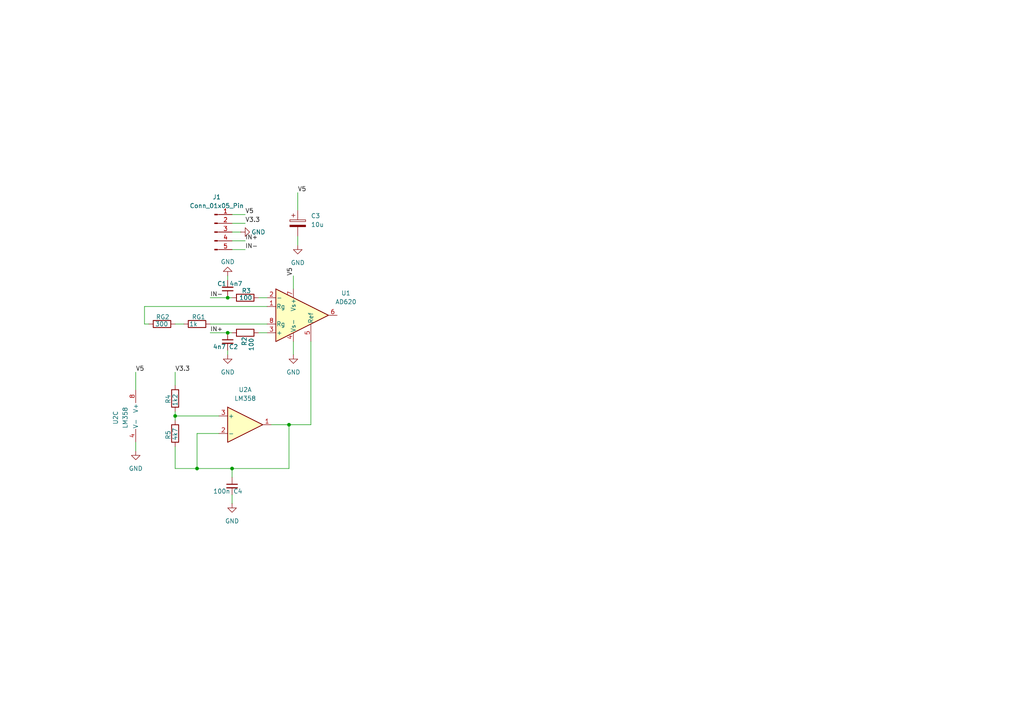
<source format=kicad_sch>
(kicad_sch (version 20250114) (generator "eeschema") (generator_version "9.0")
  (paper "A4")
  (lib_symbols
    (symbol "Amplifier_Instrumentation:AD620" (pin_names (offset 0.127))
      (property "Reference" "U" (at 3.81 7.62 0))
      (property "Value" "AD620" (at 5.08 5.08 0))
      (symbol "AD620_0_1"
        (polyline (pts (xy -7.62 7.62) (xy -7.62 -7.62) (xy 7.62 0) (xy -7.62 7.62)) (stroke (width 0.254)) (fill (type background)))
      )
      (symbol "AD620_1_1"
        (pin input line (at -10.16 5.08 0) (length 2.54) (name "-") (number "2"))
        (pin passive line (at -10.16 2.54 0) (length 2.54) (name "Rg") (number "1"))
        (pin passive line (at -10.16 -2.54 0) (length 2.54) (name "Rg") (number "8"))
        (pin input line (at -10.16 -5.08 0) (length 2.54) (name "+") (number "3"))
        (pin power_in line (at -2.54 7.62 270) (length 2.54) (name "Vs+") (number "7"))
        (pin power_in line (at -2.54 -7.62 90) (length 2.54) (name "Vs-") (number "4"))
        (pin passive line (at 2.54 -7.62 90) (length 5.08) (name "Ref") (number "5"))
        (pin output line (at 10.16 0 180) (length 2.54) (name "~") (number "6"))
      )
    )
    (symbol "Amplifier_Operational:LM358" (pin_names (offset 0.127))
      (property "Reference" "U" (at 0 5.08 0))
      (property "Value" "LM358" (at 0 -5.08 0))
      (symbol "LM358_1_1"
        (polyline (pts (xy -5.08 5.08) (xy 5.08 0) (xy -5.08 -5.08) (xy -5.08 5.08)) (stroke (width 0.254)) (fill (type background)))
        (pin input line (at -7.62 2.54 0) (length 2.54) (name "+") (number "3"))
        (pin input line (at -7.62 -2.54 0) (length 2.54) (name "-") (number "2"))
        (pin output line (at 7.62 0 180) (length 2.54) (name "~") (number "1"))
      )
      (symbol "LM358_2_1"
        (polyline (pts (xy -5.08 5.08) (xy 5.08 0) (xy -5.08 -5.08) (xy -5.08 5.08)) (stroke (width 0.254)) (fill (type background)))
        (pin input line (at -7.62 2.54 0) (length 2.54) (name "+") (number "5"))
        (pin input line (at -7.62 -2.54 0) (length 2.54) (name "-") (number "6"))
        (pin output line (at 7.62 0 180) (length 2.54) (name "~") (number "7"))
      )
      (symbol "LM358_3_1"
        (pin power_in line (at -2.54 7.62 270) (length 3.81) (name "V+") (number "8"))
        (pin power_in line (at -2.54 -7.62 90) (length 3.81) (name "V-") (number "4"))
      )
    )
    (symbol "Connector:Conn_01x05_Pin" (pin_names (offset 1.016) (hide yes))
      (property "Reference" "J" (at 0 7.62 0))
      (property "Value" "Conn_01x05_Pin" (at 0 -7.62 0))
      (symbol "Conn_01x05_Pin_1_1"
        (rectangle (start 0.8636 5.207) (end 0 4.953) (stroke (width 0.1524)) (fill (type outline)))
        (rectangle (start 0.8636 2.667) (end 0 2.413) (stroke (width 0.1524)) (fill (type outline)))
        (rectangle (start 0.8636 0.127) (end 0 -0.127) (stroke (width 0.1524)) (fill (type outline)))
        (rectangle (start 0.8636 -2.413) (end 0 -2.667) (stroke (width 0.1524)) (fill (type outline)))
        (rectangle (start 0.8636 -4.953) (end 0 -5.207) (stroke (width 0.1524)) (fill (type outline)))
        (polyline (pts (xy 1.27 5.08) (xy 0.8636 5.08)) (stroke (width 0.1524)))
        (polyline (pts (xy 1.27 2.54) (xy 0.8636 2.54)) (stroke (width 0.1524)))
        (polyline (pts (xy 1.27 0) (xy 0.8636 0)) (stroke (width 0.1524)))
        (polyline (pts (xy 1.27 -2.54) (xy 0.8636 -2.54)) (stroke (width 0.1524)))
        (polyline (pts (xy 1.27 -5.08) (xy 0.8636 -5.08)) (stroke (width 0.1524)))
        (pin passive line (at 5.08 5.08 180) (length 3.81) (name "Pin_1") (number "1"))
        (pin passive line (at 5.08 2.54 180) (length 3.81) (name "Pin_2") (number "2"))
        (pin passive line (at 5.08 0 180) (length 3.81) (name "Pin_3") (number "3"))
        (pin passive line (at 5.08 -2.54 180) (length 3.81) (name "Pin_4") (number "4"))
        (pin passive line (at 5.08 -5.08 180) (length 3.81) (name "Pin_5") (number "5"))
      )
    )
    (symbol "Device:C_Polarized" (pin_numbers (hide yes)) (pin_names (offset 0.254))
      (property "Reference" "C" (at 0.635 2.54 0))
      (property "Value" "C_Polarized" (at 0.635 -2.54 0))
      (symbol "C_Polarized_0_1"
        (rectangle (start -2.286 0.508) (end 2.286 1.016))
        (polyline (pts (xy -1.778 2.286) (xy -0.762 2.286)))
        (polyline (pts (xy -1.27 2.794) (xy -1.27 1.778)))
        (rectangle (start 2.286 -0.508) (end -2.286 -1.016) (fill (type outline)))
      )
      (symbol "C_Polarized_1_1"
        (pin passive line (at 0 3.81 270) (length 2.794) (name "~") (number "1"))
        (pin passive line (at 0 -3.81 90) (length 2.794) (name "~") (number "2"))
      )
    )
    (symbol "Device:C_Small" (pin_numbers (hide yes)) (pin_names (offset 0.254) (hide yes))
      (property "Reference" "C" (at 0.254 1.778 0))
      (property "Value" "C_Small" (at 0.254 -2.032 0))
      (symbol "C_Small_0_1"
        (polyline (pts (xy -1.524 0.508) (xy 1.524 0.508)) (stroke (width 0.3048)))
        (polyline (pts (xy -1.524 -0.508) (xy 1.524 -0.508)) (stroke (width 0.3302)))
      )
      (symbol "C_Small_1_1"
        (pin passive line (at 0 2.54 270) (length 2.032) (name "~") (number "1"))
        (pin passive line (at 0 -2.54 90) (length 2.032) (name "~") (number "2"))
      )
    )
    (symbol "Device:R" (pin_numbers (hide yes)) (pin_names (offset 0))
      (property "Reference" "R" (at 2.032 0 90))
      (property "Value" "R" (at 0 0 90))
      (symbol "R_0_1"
        (rectangle (start -1.016 -2.54) (end 1.016 2.54) (stroke (width 0.254)))
      )
      (symbol "R_1_1"
        (pin passive line (at 0 3.81 270) (length 1.27) (name "~") (number "1"))
        (pin passive line (at 0 -3.81 90) (length 1.27) (name "~") (number "2"))
      )
    )
    (symbol "power:GND" (power) (pin_numbers (hide yes)) (pin_names (offset 0) (hide yes))
      (property "Value" "GND" (at 0 -3.81 0))
      (symbol "GND_0_1"
        (polyline (pts (xy 0 0) (xy 0 -1.27) (xy 1.27 -1.27) (xy 0 -2.54) (xy -1.27 -1.27) (xy 0 -1.27)))
      )
      (symbol "GND_1_1"
        (pin power_in line (at 0 0 270) (length 0) (name "~") (number "1"))
      )
    )
  )
  (junction (at 83.82 123.19))
  (junction (at 67.31 135.89))
  (junction (at 57.15 135.89))
  (junction (at 66.04 96.52))
  (junction (at 66.04 86.36))
  (junction (at 50.8 120.65))
  (wire (pts (xy 90.17 99.06) (xy 90.17 123.19)))
  (wire (pts (xy 39.37 128.27) (xy 39.37 130.81)))
  (wire (pts (xy 67.31 135.89) (xy 67.31 138.43)))
  (wire (pts (xy 57.15 125.73) (xy 57.15 135.89)))
  (wire (pts (xy 50.8 107.95) (xy 50.8 111.76)))
  (wire (pts (xy 85.09 80.01) (xy 85.09 83.82)))
  (wire (pts (xy 50.8 93.98) (xy 53.34 93.98)))
  (wire (pts (xy 67.31 67.31) (xy 69.85 67.31)))
  (wire (pts (xy 67.31 135.89) (xy 83.82 135.89)))
  (wire (pts (xy 41.91 93.98) (xy 41.91 88.9)))
  (wire (pts (xy 43.18 93.98) (xy 41.91 93.98)))
  (wire (pts (xy 85.09 99.06) (xy 85.09 102.87)))
  (wire (pts (xy 50.8 135.89) (xy 57.15 135.89)))
  (wire (pts (xy 50.8 129.54) (xy 50.8 135.89)))
  (wire (pts (xy 86.36 68.58) (xy 86.36 71.12)))
  (wire (pts (xy 39.37 107.95) (xy 39.37 113.03)))
  (wire (pts (xy 50.8 120.65) (xy 63.5 120.65)))
  (wire (pts (xy 67.31 72.39) (xy 71.12 72.39)))
  (wire (pts (xy 63.5 125.73) (xy 57.15 125.73)))
  (wire (pts (xy 86.36 55.88) (xy 86.36 60.96)))
  (wire (pts (xy 66.04 86.36) (xy 67.31 86.36)))
  (wire (pts (xy 67.31 143.51) (xy 67.31 146.05)))
  (wire (pts (xy 78.74 123.19) (xy 83.82 123.19)))
  (wire (pts (xy 83.82 135.89) (xy 83.82 123.19)))
  (wire (pts (xy 67.31 69.85) (xy 71.12 69.85)))
  (wire (pts (xy 60.96 96.52) (xy 66.04 96.52)))
  (wire (pts (xy 60.96 86.36) (xy 66.04 86.36)))
  (wire (pts (xy 66.04 101.6) (xy 66.04 102.87)))
  (wire (pts (xy 74.93 86.36) (xy 77.47 86.36)))
  (wire (pts (xy 67.31 64.77) (xy 71.12 64.77)))
  (wire (pts (xy 83.82 123.19) (xy 90.17 123.19)))
  (wire (pts (xy 67.31 62.23) (xy 71.12 62.23)))
  (wire (pts (xy 74.93 96.52) (xy 77.47 96.52)))
  (wire (pts (xy 66.04 96.52) (xy 67.31 96.52)))
  (wire (pts (xy 57.15 135.89) (xy 67.31 135.89)))
  (wire (pts (xy 66.04 80.01) (xy 66.04 81.28)))
  (wire (pts (xy 50.8 120.65) (xy 50.8 119.38)))
  (wire (pts (xy 60.96 93.98) (xy 77.47 93.98)))
  (wire (pts (xy 50.8 121.92) (xy 50.8 120.65)))
  (wire (pts (xy 41.91 88.9) (xy 77.47 88.9)))
  (label "V5" (at 86.36 55.88 0))
  (label "V5" (at 39.37 107.95 0))
  (label "V3.3" (at 71.12 64.77 0))
  (label "V5" (at 85.09 80.01 90))
  (label "IN+" (at 60.96 96.52 0))
  (label "IN-" (at 60.96 86.36 0))
  (label "V5" (at 71.12 62.23 0))
  (label "V3.3" (at 50.8 107.95 0))
  (label "IN+" (at 71.12 69.85 0))
  (label "IN-" (at 71.12 72.39 0))
  (symbol (lib_id "Amplifier_Instrumentation:AD620") (at 87.63 91.44 0) (unit 1)
    (property "Reference" "U1" (at 100.33 85.0198 0))
    (property "Value" "AD620" (at 100.33 87.5598 0))
    (property "Footprint" "Package_DIP:DIP-8_W7.62mm_LongPads" (effects (hide yes)))
    (property "Datasheet" "https://www.analog.com/media/en/technical-documentation/data-sheets/AD620.pdf" (effects (hide yes)))
    (property "Description" "Low Cost, Low Power, Instrumentation Amplifier, DIP-8/SOIC-8" (effects (hide yes)))
  )
  (symbol (lib_id "power:GND") (at 39.37 130.81 0) (unit 1)
    (property "Reference" "#PWR07" (effects (hide yes)))
    (property "Value" "GND" (at 39.37 135.89 0))
    (property "Description" "Power symbol creates a global label with name \"GND\" , ground" (effects (hide yes)))
  )
  (symbol (lib_id "Device:C_Small") (at 66.04 83.82 180) (unit 1)
    (property "Reference" "C1" (at 62.992 82.296 0) (effects (justify right)))
    (property "Value" "4n7" (at 66.548 82.296 0) (effects (justify right)))
    (property "Footprint" "Capacitor_THT:C_Disc_D3.0mm_W1.6mm_P2.50mm" (effects (hide yes)))
    (property "Description" "Unpolarized capacitor, small symbol" (effects (hide yes)))
  )
  (symbol (lib_id "Amplifier_Operational:LM358") (at 71.12 123.19 0) (unit 1)
    (property "Reference" "U2" (at 71.12 113.03 0))
    (property "Value" "LM358" (at 71.12 115.57 0))
    (property "Footprint" "Package_DIP:DIP-8_W7.62mm_LongPads" (effects (hide yes)))
    (property "Datasheet" "http://www.ti.com/lit/ds/symlink/lm2904-n.pdf" (effects (hide yes)))
    (property "Description" "Low-Power, Dual Operational Amplifiers, DIP-8/SOIC-8/TO-99-8" (effects (hide yes)))
  )
  (symbol (lib_id "Device:C_Polarized") (at 86.36 64.77 0) (unit 1)
    (property "Reference" "C3" (at 90.17 62.6109 0) (effects (justify left)))
    (property "Value" "10u" (at 90.17 65.1509 0) (effects (justify left)))
    (property "Footprint" "Capacitor_THT:CP_Radial_D4.0mm_P2.00mm" (effects (hide yes)))
    (property "Description" "Polarized capacitor" (effects (hide yes)))
  )
  (symbol (lib_id "Amplifier_Operational:LM358") (at 41.91 120.65 0) (unit 3)
    (property "Reference" "U2" (at 33.528 121.158 90))
    (property "Value" "LM358" (at 36.322 121.158 90))
    (property "Footprint" "Package_DIP:DIP-8_W7.62mm_LongPads" (effects (hide yes)))
    (property "Datasheet" "http://www.ti.com/lit/ds/symlink/lm2904-n.pdf" (effects (hide yes)))
    (property "Description" "Low-Power, Dual Operational Amplifiers, DIP-8/SOIC-8/TO-99-8" (effects (hide yes)))
  )
  (symbol (lib_id "Connector:Conn_01x05_Pin") (at 62.23 67.31 0) (unit 1)
    (property "Reference" "J1" (at 62.865 57.15 0))
    (property "Value" "Conn_01x05_Pin" (at 62.865 59.69 0))
    (property "Footprint" "Connector_PinHeader_2.54mm:PinHeader_1x05_P2.54mm_Vertical" (effects (hide yes)))
    (property "Description" "Generic connector, single row, 01x05, script generated" (effects (hide yes)))
  )
  (symbol (lib_id "power:GND") (at 85.09 102.87 0) (unit 1)
    (property "Reference" "#PWR01" (effects (hide yes)))
    (property "Value" "GND" (at 85.09 107.95 0))
    (property "Description" "Power symbol creates a global label with name \"GND\" , ground" (effects (hide yes)))
  )
  (symbol (lib_id "Device:R") (at 46.99 93.98 270) (unit 1)
    (property "Reference" "RG2" (at 45.212 91.948 90) (effects (justify left)))
    (property "Value" "300" (at 44.958 93.98 90) (effects (justify left)))
    (property "Footprint" "Resistor_THT:R_Axial_DIN0204_L3.6mm_D1.6mm_P5.08mm_Horizontal" (effects (hide yes)))
    (property "Description" "Resistor" (effects (hide yes)))
  )
  (symbol (lib_id "power:GND") (at 66.04 102.87 0) (unit 1)
    (property "Reference" "#PWR03" (effects (hide yes)))
    (property "Value" "GND" (at 66.04 107.95 0))
    (property "Description" "Power symbol creates a global label with name \"GND\" , ground" (effects (hide yes)))
  )
  (symbol (lib_id "Device:R") (at 50.8 115.57 0) (unit 1)
    (property "Reference" "R4" (at 48.768 117.094 90) (effects (justify left)))
    (property "Value" "1k2" (at 50.8 117.856 90) (effects (justify left)))
    (property "Footprint" "Resistor_THT:R_Axial_DIN0204_L3.6mm_D1.6mm_P5.08mm_Horizontal" (effects (hide yes)))
    (property "Description" "Resistor" (effects (hide yes)))
  )
  (symbol (lib_id "Device:C_Small") (at 66.04 99.06 0) (unit 1)
    (property "Reference" "C2" (at 69.088 100.584 0) (effects (justify right)))
    (property "Value" "4n7" (at 65.532 100.584 0) (effects (justify right)))
    (property "Footprint" "Capacitor_THT:C_Disc_D3.0mm_W1.6mm_P2.50mm" (effects (hide yes)))
    (property "Description" "Unpolarized capacitor, small symbol" (effects (hide yes)))
  )
  (symbol (lib_id "Device:C_Small") (at 67.31 140.97 0) (unit 1)
    (property "Reference" "C4" (at 70.358 142.494 0) (effects (justify right)))
    (property "Value" "100n" (at 66.802 142.494 0) (effects (justify right)))
    (property "Footprint" "Capacitor_THT:C_Disc_D3.0mm_W1.6mm_P2.50mm" (effects (hide yes)))
    (property "Description" "Unpolarized capacitor, small symbol" (effects (hide yes)))
  )
  (symbol (lib_id "power:GND") (at 67.31 146.05 0) (unit 1)
    (property "Reference" "#PWR06" (effects (hide yes)))
    (property "Value" "GND" (at 67.31 151.13 0))
    (property "Description" "Power symbol creates a global label with name \"GND\" , ground" (effects (hide yes)))
  )
  (symbol (lib_id "power:GND") (at 66.04 80.01 180) (unit 1)
    (property "Reference" "#PWR04" (effects (hide yes)))
    (property "Value" "GND" (at 66.04 75.946 0))
    (property "Description" "Power symbol creates a global label with name \"GND\" , ground" (effects (hide yes)))
  )
  (symbol (lib_id "Device:R") (at 71.12 96.52 90) (unit 1)
    (property "Reference" "R2" (at 70.866 100.33 0) (effects (justify left)))
    (property "Value" "100" (at 72.898 101.854 0) (effects (justify left)))
    (property "Footprint" "Resistor_THT:R_Axial_DIN0204_L3.6mm_D1.6mm_P5.08mm_Horizontal" (effects (hide yes)))
    (property "Description" "Resistor" (effects (hide yes)))
  )
  (symbol (lib_id "Device:R") (at 57.15 93.98 270) (unit 1)
    (property "Reference" "RG1" (at 55.626 91.948 90) (effects (justify left)))
    (property "Value" "1k" (at 54.864 93.98 90) (effects (justify left)))
    (property "Footprint" "Resistor_THT:R_Axial_DIN0204_L3.6mm_D1.6mm_P5.08mm_Horizontal" (effects (hide yes)))
    (property "Description" "Resistor" (effects (hide yes)))
  )
  (symbol (lib_id "power:GND") (at 69.85 67.31 90) (unit 1)
    (property "Reference" "#PWR02" (effects (hide yes)))
    (property "Value" "GND" (at 72.898 67.31 90) (effects (justify right)))
    (property "Description" "Power symbol creates a global label with name \"GND\" , ground" (effects (hide yes)))
  )
  (symbol (lib_id "Device:R") (at 71.12 86.36 270) (unit 1)
    (property "Reference" "R3" (at 70.104 84.328 90) (effects (justify left)))
    (property "Value" "100" (at 69.342 86.36 90) (effects (justify left)))
    (property "Footprint" "Resistor_THT:R_Axial_DIN0204_L3.6mm_D1.6mm_P5.08mm_Horizontal" (effects (hide yes)))
    (property "Description" "Resistor" (effects (hide yes)))
  )
  (symbol (lib_id "Device:R") (at 50.8 125.73 0) (unit 1)
    (property "Reference" "R5" (at 48.768 127.508 90) (effects (justify left)))
    (property "Value" "4k7" (at 50.8 127.762 90) (effects (justify left)))
    (property "Footprint" "Resistor_THT:R_Axial_DIN0204_L3.6mm_D1.6mm_P5.08mm_Horizontal" (effects (hide yes)))
    (property "Description" "Resistor" (effects (hide yes)))
  )
  (symbol (lib_id "power:GND") (at 86.36 71.12 0) (unit 1)
    (property "Reference" "#PWR05" (effects (hide yes)))
    (property "Value" "GND" (at 86.36 76.2 0))
    (property "Description" "Power symbol creates a global label with name \"GND\" , ground" (effects (hide yes)))
  )
)
</source>
